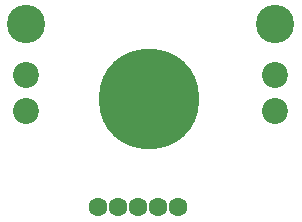
<source format=gbs>
G04*
G04 #@! TF.GenerationSoftware,Altium Limited,Altium Designer,18.1.6 (161)*
G04*
G04 Layer_Color=16711935*
%FSLAX44Y44*%
%MOMM*%
G71*
G01*
G75*
%ADD12C,1.6000*%
%ADD13C,2.2000*%
%ADD14C,3.2480*%
%ADD15C,8.5000*%
D12*
X390670Y1061720D02*
D03*
X441670D02*
D03*
X458670D02*
D03*
X424670D02*
D03*
X407670D02*
D03*
D13*
X330200Y1143508D02*
D03*
Y1173480D02*
D03*
X541020Y1143508D02*
D03*
Y1173480D02*
D03*
D14*
X330200Y1216660D02*
D03*
X541020D02*
D03*
D15*
X434340Y1153160D02*
D03*
M02*

</source>
